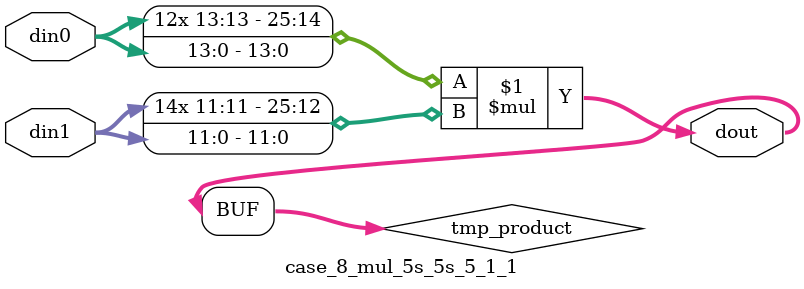
<source format=v>

`timescale 1 ns / 1 ps

 module case_8_mul_5s_5s_5_1_1(din0, din1, dout);
parameter ID = 1;
parameter NUM_STAGE = 0;
parameter din0_WIDTH = 14;
parameter din1_WIDTH = 12;
parameter dout_WIDTH = 26;

input [din0_WIDTH - 1 : 0] din0; 
input [din1_WIDTH - 1 : 0] din1; 
output [dout_WIDTH - 1 : 0] dout;

wire signed [dout_WIDTH - 1 : 0] tmp_product;



























assign tmp_product = $signed(din0) * $signed(din1);








assign dout = tmp_product;





















endmodule

</source>
